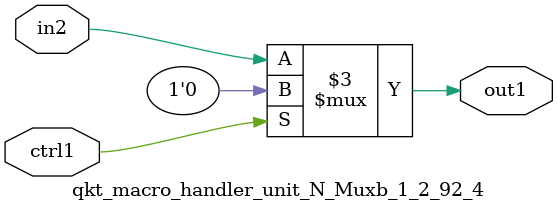
<source format=v>

`timescale 1ps / 1ps


module qkt_macro_handler_unit_N_Muxb_1_2_92_4( in2, ctrl1, out1 );

    input in2;
    input ctrl1;
    output out1;
    reg out1;

    
    // rtl_process:qkt_macro_handler_unit_N_Muxb_1_2_92_4/qkt_macro_handler_unit_N_Muxb_1_2_92_4_thread_1
    always @*
      begin : qkt_macro_handler_unit_N_Muxb_1_2_92_4_thread_1
        case (ctrl1) 
          1'b1: 
            begin
              out1 = 1'b0;
            end
          default: 
            begin
              out1 = in2;
            end
        endcase
      end

endmodule



</source>
